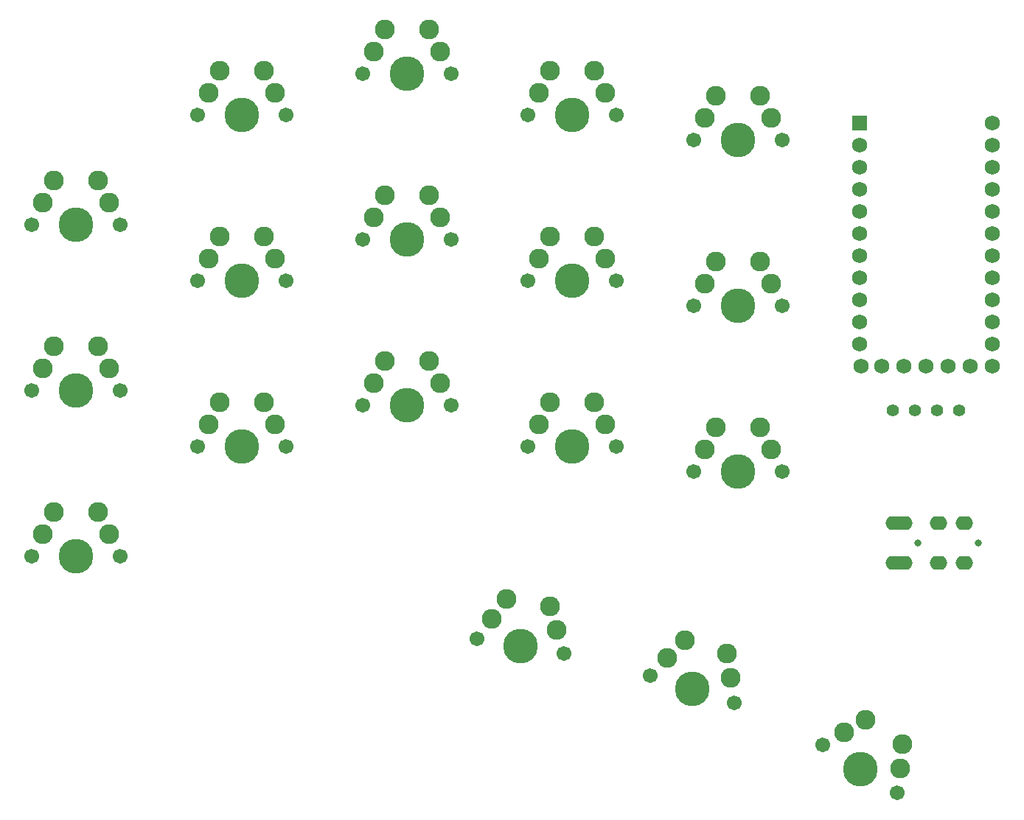
<source format=gbr>
%TF.GenerationSoftware,KiCad,Pcbnew,8.0.3*%
%TF.CreationDate,2024-07-02T22:23:14+01:00*%
%TF.ProjectId,simple_split,73696d70-6c65-45f7-9370-6c69742e6b69,v1.0.0*%
%TF.SameCoordinates,Original*%
%TF.FileFunction,Soldermask,Bot*%
%TF.FilePolarity,Negative*%
%FSLAX46Y46*%
G04 Gerber Fmt 4.6, Leading zero omitted, Abs format (unit mm)*
G04 Created by KiCad (PCBNEW 8.0.3) date 2024-07-02 22:23:14*
%MOMM*%
%LPD*%
G01*
G04 APERTURE LIST*
%ADD10C,1.701800*%
%ADD11C,3.987800*%
%ADD12C,2.286000*%
%ADD13R,1.752600X1.752600*%
%ADD14C,1.752600*%
%ADD15C,1.397000*%
%ADD16C,0.800000*%
%ADD17O,2.000000X1.600000*%
G04 APERTURE END LIST*
D10*
%TO.C,S3*%
X77670000Y-92900500D03*
D11*
X82750000Y-92900500D03*
D10*
X87830000Y-92900500D03*
D12*
X80210000Y-87820500D03*
X85290000Y-87820500D03*
X78940000Y-90360500D03*
X86560000Y-90360500D03*
%TD*%
D13*
%TO.C,U2*%
X172720000Y-81280000D03*
D14*
X172720000Y-83820000D03*
X172720000Y-86360000D03*
X172720000Y-88900000D03*
X172720000Y-91440000D03*
X172720000Y-93980000D03*
X172720000Y-96520000D03*
X172720000Y-99060000D03*
X172720000Y-101600000D03*
X172720000Y-104140000D03*
X172720000Y-106680000D03*
X172948600Y-109220000D03*
X187960000Y-109220000D03*
X187960000Y-106680000D03*
X187960000Y-104140000D03*
X187960000Y-101600000D03*
X187960000Y-99060000D03*
X187960000Y-96520000D03*
X187960000Y-93980000D03*
X187960000Y-91440000D03*
X187960000Y-88900000D03*
X187960000Y-86360000D03*
X187960000Y-83820000D03*
X187960000Y-81280000D03*
X175260000Y-109220000D03*
X177800000Y-109220000D03*
X180340000Y-109220000D03*
X182880000Y-109220000D03*
X185420000Y-109220000D03*
%TD*%
D10*
%TO.C,S4*%
X96670000Y-118427500D03*
D11*
X101750000Y-118427500D03*
D10*
X106830000Y-118427500D03*
D12*
X99210000Y-113347500D03*
X104290000Y-113347500D03*
X97940000Y-115887500D03*
X105560000Y-115887500D03*
%TD*%
D10*
%TO.C,S13*%
X153670000Y-121285000D03*
D11*
X158750000Y-121285000D03*
D10*
X163830000Y-121285000D03*
D12*
X156210000Y-116205000D03*
X161290000Y-116205000D03*
X154940000Y-118745000D03*
X162560000Y-118745000D03*
%TD*%
D10*
%TO.C,S8*%
X115670000Y-94615000D03*
D11*
X120750000Y-94615000D03*
D10*
X125830000Y-94615000D03*
D12*
X118210000Y-89535000D03*
X123290000Y-89535000D03*
X116940000Y-92075000D03*
X124560000Y-92075000D03*
%TD*%
D15*
%TO.C,OL1*%
X176530000Y-114300000D03*
X179070000Y-114300000D03*
X181610000Y-114300000D03*
X184150000Y-114300000D03*
%TD*%
D10*
%TO.C,S9*%
X115670000Y-75565000D03*
D11*
X120750000Y-75565000D03*
D10*
X125830000Y-75565000D03*
D12*
X118210000Y-70485000D03*
X123290000Y-70485000D03*
X116940000Y-73025000D03*
X124560000Y-73025000D03*
%TD*%
D16*
%TO.C,J2*%
X186392500Y-129540000D03*
X179392500Y-129540000D03*
D17*
X176692500Y-127240000D03*
X177792500Y-131840000D03*
X181792500Y-131840000D03*
X184792500Y-131840000D03*
%TD*%
D10*
%TO.C,S18*%
X168525554Y-152721234D03*
D11*
X172786000Y-155488000D03*
D10*
X177046446Y-158254766D03*
D12*
X173422543Y-149844170D03*
X177682990Y-152610937D03*
X170974048Y-151282702D03*
X177364718Y-155432851D03*
%TD*%
D10*
%TO.C,S12*%
X134670000Y-80327500D03*
D11*
X139750000Y-80327500D03*
D10*
X144830000Y-80327500D03*
D12*
X137210000Y-75247500D03*
X142290000Y-75247500D03*
X135940000Y-77787500D03*
X143560000Y-77787500D03*
%TD*%
D10*
%TO.C,S2*%
X77670000Y-111950500D03*
D11*
X82750000Y-111950500D03*
D10*
X87830000Y-111950500D03*
D12*
X80210000Y-106870500D03*
X85290000Y-106870500D03*
X78940000Y-109410500D03*
X86560000Y-109410500D03*
%TD*%
D10*
%TO.C,S7*%
X115670000Y-113665000D03*
D11*
X120750000Y-113665000D03*
D10*
X125830000Y-113665000D03*
D12*
X118210000Y-108585000D03*
X123290000Y-108585000D03*
X116940000Y-111125000D03*
X124560000Y-111125000D03*
%TD*%
D10*
%TO.C,S15*%
X153670000Y-83185000D03*
D11*
X158750000Y-83185000D03*
D10*
X163830000Y-83185000D03*
D12*
X156210000Y-78105000D03*
X161290000Y-78105000D03*
X154940000Y-80645000D03*
X162560000Y-80645000D03*
%TD*%
D10*
%TO.C,S16*%
X128763177Y-140485467D03*
D11*
X133766000Y-141367600D03*
D10*
X138768823Y-142249733D03*
D12*
X132146721Y-135923710D03*
X137149544Y-136805843D03*
X130454949Y-138204589D03*
X137959184Y-139527788D03*
%TD*%
D10*
%TO.C,S14*%
X153670000Y-102235000D03*
D11*
X158750000Y-102235000D03*
D10*
X163830000Y-102235000D03*
D12*
X156210000Y-97155000D03*
X161290000Y-97155000D03*
X154940000Y-99695000D03*
X162560000Y-99695000D03*
%TD*%
D10*
%TO.C,S5*%
X96670000Y-99377500D03*
D11*
X101750000Y-99377500D03*
D10*
X106830000Y-99377500D03*
D12*
X99210000Y-94297500D03*
X104290000Y-94297500D03*
X97940000Y-96837500D03*
X105560000Y-96837500D03*
%TD*%
D10*
%TO.C,S6*%
X96670000Y-80327500D03*
D11*
X101750000Y-80327500D03*
D10*
X106830000Y-80327500D03*
D12*
X99210000Y-75247500D03*
X104290000Y-75247500D03*
X97940000Y-77787500D03*
X105560000Y-77787500D03*
%TD*%
D10*
%TO.C,S1*%
X77670000Y-131000500D03*
D11*
X82750000Y-131000500D03*
D10*
X87830000Y-131000500D03*
D12*
X80210000Y-125920500D03*
X85290000Y-125920500D03*
X78940000Y-128460500D03*
X86560000Y-128460500D03*
%TD*%
D10*
%TO.C,S17*%
X148663133Y-144716694D03*
D11*
X153494500Y-146286500D03*
D10*
X158325867Y-147856306D03*
D12*
X152648623Y-140670230D03*
X157479990Y-142240036D03*
X150655878Y-142693462D03*
X157902928Y-145048171D03*
%TD*%
D10*
%TO.C,S11*%
X134670000Y-99377500D03*
D11*
X139750000Y-99377500D03*
D10*
X144830000Y-99377500D03*
D12*
X137210000Y-94297500D03*
X142290000Y-94297500D03*
X135940000Y-96837500D03*
X143560000Y-96837500D03*
%TD*%
D10*
%TO.C,S10*%
X134670000Y-118427500D03*
D11*
X139750000Y-118427500D03*
D10*
X144830000Y-118427500D03*
D12*
X137210000Y-113347500D03*
X142290000Y-113347500D03*
X135940000Y-115887500D03*
X143560000Y-115887500D03*
%TD*%
D16*
%TO.C,J1*%
X179392500Y-129540000D03*
X186392500Y-129540000D03*
D17*
X176692500Y-131840000D03*
X177792500Y-127240000D03*
X181792500Y-127240000D03*
X184792500Y-127240000D03*
%TD*%
M02*

</source>
